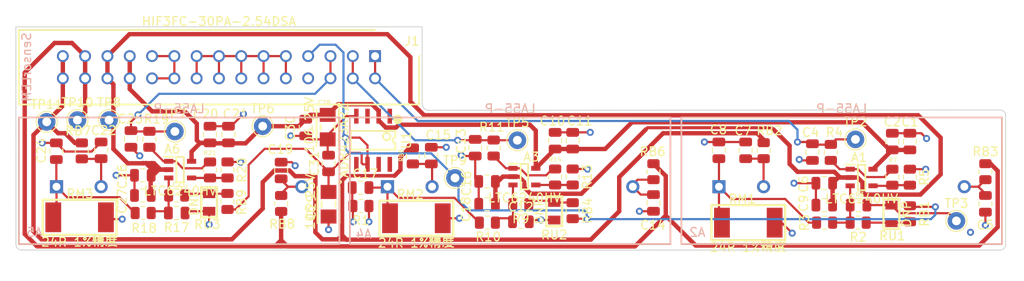
<source format=kicad_pcb>
(kicad_pcb (version 20221018) (generator pcbnew)
  (layers (0 "F.Cu" signal) (1 "In1.Cu" signal) (2 "In2.Cu" signal) (31 "B.Cu" signal) (34 "B.Paste" user) (35 "F.Paste" user) (36 "B.SilkS" user "B.Silkscreen") (37 "F.SilkS" user "F.Silkscreen") (38 "B.Mask" user) (39 "F.Mask" user) (44 "Edge.Cuts" user))
  (net 0 "")
  (net 1 "AGND")
  (net 2 "A+5V")
  (net 3 "Net-(A1-+IN)")
  (net 4 "/VSO1")
  (net 5 "12VGND")
  (net 6 "Net-(A2-POS)")
  (net 7 "A-5V")
  (net 8 "Net-(A2-NEG)")
  (net 9 "/CSO1")
  (net 10 "Net-(A3-+IN)")
  (net 11 "/VSO2")
  (net 12 "Net-(A4-POS)")
  (net 13 "Net-(A4-NEG)")
  (net 14 "/CSO2")
  (net 15 "Net-(A5-POS)")
  (net 16 "Net-(A5-NEG)")
  (net 17 "Net-(A6-+IN)")
  (net 18 "/CSO3")
  (net 19 "/VSO3")
  (net 20 "REF_3V")
  (net 21 "Net-(R2-Pad1)")
  (net 22 "Net-(A1-out)")
  (net 23 "Net-(A1--IN)")
  (net 24 "Net-(R9-Pad1)")
  (net 25 "Net-(A3-out)")
  (net 26 "Net-(A3--IN)")
  (net 27 "Net-(R17-Pad1)")
  (net 28 "Net-(A6-out)")
  (net 29 "Net-(A6--IN)")
  (net 30 "-12")
  (net 31 "+12")
  (footprint "Capacitor_SMD:C_0805_2012Metric" (layer "F.Cu") (at 173.3 118.85 -90)
    (fp_text reference "C1")
    (fp_text value "105")
  )
  (footprint "Resistor_SMD:R_0805_2012Metric" (layer "F.Cu") (at 128.9875 126 180)
    (fp_text reference "R9")
    (fp_text value "20k")
  )
  (footprint "Capacitor_SMD:C_0805_2012Metric" (layer "F.Cu") (at 154.6 119.85 90)
    (fp_text reference "C7")
    (fp_text value "47nf")
  )
  (footprint "Resistor_SMD:R_0805_2012Metric" (layer "F.Cu") (at 173.3 122.9125 -90)
    (fp_text reference "R5")
    (fp_text value "20k")
  )
  (footprint "Capacitor_SMD:C_0805_2012Metric" (layer "F.Cu") (at 89.81 127)
    (fp_text reference "C23")
    (fp_text value "101")
  )
  (footprint "Resistor_SMD:R_0805_2012Metric" (layer "F.Cu") (at 173.3 127.0875 -90)
    (fp_text reference "RB1")
    (fp_text value "0R")
  )
  (footprint "Capacitor_SMD:C_0805_2012Metric" (layer "F.Cu") (at 132.9 118.75 -90)
    (fp_text reference "C10")
    (fp_text value "105")
  )
  (footprint "Resistor_SMD:R_0805_2012Metric" (layer "F.Cu") (at 163.5875 128.1)
    (fp_text reference "R3")
    (fp_text value "10k")
  )
  (footprint "TestPoint:TestPoint_THTPad_D2.0mm_Drill1.0mm" (layer "F.Cu") (at 82.1 116.4)
    (fp_text reference "TP8")
    (fp_text value "TP-黄色测试点")
  )
  (footprint "Oshinoko:2512" (layer "F.Cu") (at 117.0034 127.2764)
    (fp_text reference "RM2")
    (fp_text value "24R 1%精度")
  )
  (footprint "Oshinoko:1206 (钽电容)" (layer "F.Cu") (at 107.1 124.6 -90)
    (fp_text reference "C29")
    (fp_text value "106 25V")
  )
  (footprint "Resistor_SMD:R_0805_2012Metric" (layer "F.Cu") (at 101.7 125.9125 90)
    (fp_text reference "RB8")
    (fp_text value "0R")
  )
  (footprint "TestPoint:TestPoint_THTPad_D2.0mm_Drill1.0mm" (layer "F.Cu") (at 75 116.6)
    (fp_text reference "TP11")
    (fp_text value "TP-黄色测试点")
  )
  (footprint "Resistor_SMD:R_0805_2012Metric" (layer "F.Cu") (at 116.7 120.4875 90)
    (fp_text reference "RB5")
    (fp_text value "0R")
  )
  (footprint "Capacitor_SMD:C_0805_2012Metric" (layer "F.Cu") (at 151.55 119.85 90)
    (fp_text reference "C8")
    (fp_text value "4.7uF")
  )
  (footprint "Resistor_SMD:R_0805_2012Metric" (layer "F.Cu") (at 125.9 119.5875 -90)
    (fp_text reference "R11")
    (fp_text value "470R")
  )
  (footprint "Capacitor_SMD:C_0805_2012Metric" (layer "F.Cu") (at 181.9 125.95 90)
    (fp_text reference "C5")
    (fp_text value "47nf")
  )
  (footprint "Resistor_SMD:R_0805_2012Metric" (layer "F.Cu") (at 93.6 122.0875 -90)
    (fp_text reference "R21")
    (fp_text value "10k")
  )
  (footprint "TestPoint:TestPoint_THTPad_D2.0mm_Drill1.0mm" (layer "F.Cu") (at 167.1 118.6)
    (fp_text reference "TP2")
    (fp_text value "TP-黄色测试点")
  )
  (footprint "Capacitor_SMD:C_0805_2012Metric" (layer "F.Cu") (at 167.45 126.1)
    (fp_text reference "C3")
    (fp_text value "101")
  )
  (footprint "Resistor_SMD:R_0805_2012Metric" (layer "F.Cu") (at 79 119.9125 90)
    (fp_text reference "RB7")
    (fp_text value "0R")
  )
  (footprint "Oshinoko:SOT95P280X100-5N" (layer "F.Cu") (at 90.2 122.05)
    (fp_text reference "A6")
    (fp_text value "LTC6240HV")
  )
  (footprint "Capacitor_SMD:C_0805_2012Metric" (layer "F.Cu") (at 101.7 122.15 -90)
    (fp_text reference "C19")
    (fp_text value "47nf")
  )
  (footprint "Resistor_SMD:R_0805_2012Metric" (layer "F.Cu") (at 125.1875 128.1)
    (fp_text reference "R10")
    (fp_text value "10k")
  )
  (footprint "Oshinoko:SOT95P280X100-5N" (layer "F.Cu") (at 167.8 122.95)
    (fp_text reference "A1")
    (fp_text value "LTC6240HV")
  )
  (footprint "TestPoint:TestPoint_THTPad_D2.0mm_Drill1.0mm" (layer "F.Cu") (at 128.6 118.7)
    (fp_text reference "TP5")
    (fp_text value "TP-黄色测试点")
  )
  (footprint "Resistor_SMD:R_0805_2012Metric" (layer "F.Cu") (at 164.3 120.0875 -90)
    (fp_text reference "R4")
    (fp_text value "470R")
  )
  (footprint "Resistor_SMD:R_0805_2012Metric" (layer "F.Cu") (at 85.9875 127)
    (fp_text reference "R18")
    (fp_text value "10k")
  )
  (footprint "Capacitor_SMD:C_0805_2012Metric" (layer "F.Cu") (at 104.5 117.25 90)
    (fp_text reference "C30")
    (fp_text value "104")
  )
  (footprint "Capacitor_SMD:C_0805_2012Metric" (layer "F.Cu") (at 93.6 118.05 -90)
    (fp_text reference "C20")
    (fp_text value "105")
  )
  (footprint "Resistor_SMD:R_0805_2012Metric" (layer "F.Cu") (at 144.1 122.2875 -90)
    (fp_text reference "RB6")
    (fp_text value "0R")
  )
  (footprint "Resistor_SMD:R_0805_2012Metric" (layer "F.Cu") (at 167.4125 128.1 180)
    (fp_text reference "R2")
    (fp_text value "20k")
  )
  (footprint "Oshinoko:SOIC-8" (layer "F.Cu") (at 114.074255 115.95 -90)
    (fp_text reference "U1")
    (fp_text value "ADR423ARZ")
  )
  (footprint "Capacitor_SMD:C_0805_2012Metric" (layer "F.Cu") (at 171.3 118.85 -90)
    (fp_text reference "C2")
    (fp_text value "103")
  )
  (footprint "Resistor_SMD:R_0805_2012Metric" (layer "F.Cu") (at 95.59 125.6825 90)
    (fp_text reference "RB9")
    (fp_text value "0R")
  )
  (footprint "Capacitor_SMD:C_0805_2012Metric" (layer "F.Cu") (at 76.1 119.95 90)
    (fp_text reference "C24")
    (fp_text value "4.7uF")
  )
  (footprint "Capacitor_SMD:C_0805_2012Metric" (layer "F.Cu") (at 118.8 120.45 90)
    (fp_text reference "C15")
    (fp_text value "47nf")
  )
  (footprint "Resistor_SMD:R_0805_2012Metric" (layer "F.Cu") (at 134.9 122.8875 -90)
    (fp_text reference "R13")
    (fp_text value "20k")
  )
  (footprint "Oshinoko:2512" (layer "F.Cu") (at 154.8034 127.7764)
    (fp_text reference "RM1")
    (fp_text value "24R 1%精度")
  )
  (footprint "Resistor_SMD:R_0805_2012Metric" (layer "F.Cu") (at 181.9 122.2875 -90)
    (fp_text reference "RB3")
    (fp_text value "0R")
  )
  (footprint "Oshinoko:SHDR30W50P254_2X15_4560X850X1200P" (layer "F.Cu") (at 112.4 109.1 180)
    (fp_text reference "J1")
    (fp_text value "HIF3FC-30PA-2.54DSA")
  )
  (footprint "Capacitor_SMD:C_0805_2012Metric" (layer "F.Cu") (at 85.95 125)
    (fp_text reference "C27")
    (fp_text value "105")
  )
  (footprint "Resistor_SMD:R_0805_2012Metric" (layer "F.Cu") (at 156.65 119.8875 90)
    (fp_text reference "RB2")
    (fp_text value "0R")
  )
  (footprint "Resistor_SMD:R_0805_2012Metric" (layer "F.Cu") (at 95.6 122.0875 -90)
    (fp_text reference "R20")
    (fp_text value "20k")
  )
  (footprint "Resistor_SMD:R_0805_2012Metric" (layer "F.Cu") (at 171.3 122.9125 -90)
    (fp_text reference "R7")
    (fp_text value "10k")
  )
  (footprint "Capacitor_SMD:C_0805_2012Metric" (layer "F.Cu") (at 144.1 125.85 90)
    (fp_text reference "C14")
    (fp_text value "47nf")
  )
  (footprint "Oshinoko:0805" (layer "F.Cu") (at 171.2 127.1 90)
    (fp_text reference "RU1")
    (fp_text value "DNP")
  )
  (footprint "Oshinoko:0805" (layer "F.Cu") (at 93.5 125.8 -90)
    (fp_text reference "RU3")
    (fp_text value "DNP")
  )
  (footprint "Capacitor_SMD:C_0805_2012Metric" (layer "F.Cu") (at 123.8 119.55 90)
    (fp_text reference "C13")
    (fp_text value "103")
  )
  (footprint "Capacitor_SMD:C_0805_2012Metric" (layer "F.Cu") (at 110.75 124.1 180)
    (fp_text reference "C17")
    (fp_text value "4.7uF")
  )
  (footprint "TestPoint:TestPoint_THTPad_D2.0mm_Drill1.0mm" (layer "F.Cu") (at 78.5 116.4)
    (fp_text reference "TP10")
    (fp_text value "TP-黄色测试点")
  )
  (footprint "Oshinoko:2512" (layer "F.Cu") (at 78.6534 127.1664)
    (fp_text reference "RM3")
    (fp_text value "24R 1%精度")
  )
  (footprint "Capacitor_SMD:C_0805_2012Metric" (layer "F.Cu") (at 81.2 119.85 90)
    (fp_text reference "C22")
    (fp_text value "47nf")
  )
  (footprint "Oshinoko:SOT95P280X100-5N" (layer "F.Cu") (at 129.4 122.85)
    (fp_text reference "A3")
    (fp_text value "LTC6240HV")
  )
  (footprint "TestPoint:TestPoint_THTPad_D2.0mm_Drill1.0mm" (layer "F.Cu") (at 178.6 127.9)
    (fp_text reference "TP3")
    (fp_text value "TP-黄色测试点")
  )
  (footprint "TestPoint:TestPoint_THTPad_D2.0mm_Drill1.0mm" (layer "F.Cu") (at 89.6 117.7)
    (fp_text reference "TP7")
    (fp_text value "TP-黄色测试点")
  )
  (footprint "Capacitor_SMD:C_0805_2012Metric" (layer "F.Cu") (at 95.7 118.05 -90)
    (fp_text reference "C21")
    (fp_text value "103")
  )
  (footprint "Capacitor_SMD:C_0805_2012Metric" (layer "F.Cu") (at 134.9 118.75 -90)
    (fp_text reference "C11")
    (fp_text value "103")
  )
  (footprint "Capacitor_SMD:C_0805_2012Metric" (layer "F.Cu") (at 84.6 118.55 90)
    (fp_text reference "C25")
    (fp_text value "103")
  )
  (footprint "Resistor_SMD:R_0805_2012Metric" (layer "F.Cu") (at 86.7 118.5875 -90)
    (fp_text reference "R19")
    (fp_text value "470R")
  )
  (footprint "Oshinoko:1206 (钽电容)" (layer "F.Cu") (at 107 115.8 -90)
    (fp_text reference "C28")
    (fp_text value "106 25V")
  )
  (footprint "TestPoint:TestPoint_THTPad_D2.0mm_Drill1.0mm" (layer "F.Cu") (at 99.6 117.1)
    (fp_text reference "TP6")
    (fp_text value "TP-黄色测试点")
  )
  (footprint "Capacitor_SMD:C_0805_2012Metric" (layer "F.Cu") (at 85.95 122.7)
    (fp_text reference "C26")
    (fp_text value "103")
  )
  (footprint "Capacitor_SMD:C_0805_2012Metric" (layer "F.Cu") (at 125.15 123.4)
    (fp_text reference "C16")
    (fp_text value "103")
  )
  (footprint "Resistor_SMD:R_0805_2012Metric" (layer "F.Cu") (at 134.9 126.7375 90)
    (fp_text reference "RB4")
    (fp_text value "0R")
  )
  (footprint "Oshinoko:0805" (layer "F.Cu") (at 132.8 126.8 -90)
    (fp_text reference "RU2")
    (fp_text value "DNP")
  )
  (footprint "Capacitor_SMD:C_0805_2012Metric" (layer "F.Cu") (at 163.55 123.6)
    (fp_text reference "C6")
    (fp_text value "103")
  )
  (footprint "Resistor_SMD:R_0805_2012Metric" (layer "F.Cu") (at 89.8 125 180)
    (fp_text reference "R17")
    (fp_text value "20k")
  )
  (footprint "Capacitor_SMD:C_0805_2012Metric" (layer "F.Cu") (at 162.2 120.05 90)
    (fp_text reference "C4")
    (fp_text value "103")
  )
  (footprint "Resistor_SMD:R_0805_2012Metric" (layer "F.Cu") (at 132.9 122.8875 -90)
    (fp_text reference "R14")
    (fp_text value "10k")
  )
  (footprint "TestPoint:TestPoint_THTPad_D2.0mm_Drill1.0mm" (layer "F.Cu") (at 121.5 123)
    (fp_text reference "TP9")
    (fp_text value "TP-黄色测试点")
  )
  (footprint "Resistor_SMD:R_0805_2012Metric" (layer "F.Cu") (at 110.7875 126.2 180)
    (fp_text reference "R1")
    (fp_text value "DNP")
  )
  (footprint "Capacitor_SMD:C_0805_2012Metric" (layer "F.Cu") (at 163.55 126.1)
    (fp_text reference "C9")
    (fp_text value "105")
  )
  (footprint "Capacitor_SMD:C_0805_2012Metric" (layer "F.Cu") (at 107.1 121.35 -90)
    (fp_text reference "C31")
    (fp_text value "104")
  )
  (footprint "Capacitor_SMD:C_0805_2012Metric" (layer "F.Cu") (at 129 128)
    (fp_text reference "C12")
    (fp_text value "101")
  )
  (footprint "Capacitor_SMD:C_0805_2012Metric" (layer "F.Cu") (at 125.15 126)
    (fp_text reference "C18")
    (fp_text value "105")
  )
  (footprint "Oshinoko:XDCR_LA55-P" (layer "B.Cu") (at 165.53 123.325)
    (fp_text reference "A2")
    (fp_text value "LA55-P")
  )
  (footprint "Oshinoko:XDCR_LA55-P" (layer "B.Cu") (at 127.78 123.325)
    (fp_text reference "A4")
    (fp_text value "LA55-P")
  )
  (footprint "Oshinoko:XDCR_LA55-P" (layer "B.Cu") (at 90.09 123.325)
    (fp_text reference "A5")
    (fp_text value "LA55-P")
  )
  (gr_arc (start 118.51 115.28) (mid 117.97967 115.06033) (end 117.76 114.53) (stroke (width 0.1)) (layer "Edge.Cuts"))
  (gr_line (start 184.202945 115.867955) (end 184.201918 130.569246) (stroke (width 0.1)) (layer "Edge.Cuts"))
  (gr_arc (start 72.160754 131.221918) (mid 71.7 131.05) (end 71.497055 130.602045) (stroke (width 0.1)) (layer "Edge.Cuts"))
  (gr_line (start 71.497055 130.602045) (end 71.49 105.76) (stroke (width 0.1)) (layer "Edge.Cuts"))
  (gr_line (start 117.76 105.76) (end 117.76 114.53) (stroke (width 0.1)) (layer "Edge.Cuts"))
  (gr_line (start 118.51 115.28) (end 183.539246 115.248082) (stroke (width 0.1)) (layer "Edge.Cuts"))
  (gr_line (start 71.49 105.76) (end 117.76 105.76) (stroke (width 0.1)) (layer "Edge.Cuts"))
  (gr_arc (start 184.201918 130.569246) (mid 184.03 131.03) (end 183.582045 131.232945) (stroke (width 0.1)) (layer "Edge.Cuts"))
  (gr_arc (start 183.539246 115.248082) (mid 184 115.42) (end 184.202945 115.867955) (stroke (width 0.1)) (layer "Edge.Cuts"))
  (gr_line (start 183.582045 131.232945) (end 72.160754 131.221918) (stroke (width 0.1)) (layer "Edge.Cuts"))
  (gr_text "SensorLEM" (at 73.3 106.3 90) (layer "B.SilkS") (effects (font (size 1 1)) (justify left bottom mirror)))
  (segment (start 177.725 127.025) (end 178.6 127.9) (width 0.25) (layer "F.Cu") (net 1))
  (segment (start 173.3 117.9) (end 174.6 117.9) (width 0.25) (layer "F.Cu") (net 1))
  (segment (start 85 122.7) (end 82.9 122.7) (width 0.25) (layer "F.Cu") (net 1))
  (segment (start 110.264255 115.95) (end 109.15 115.95) (width 0.25) (layer "F.Cu") (net 1))
  (segment (start 162.6 123.6) (end 160.1 123.6) (width 0.25) (layer "F.Cu") (net 1))
  (segment (start 97.16 109.1) (end 97.16 111.64) (width 0.25) (layer "F.Cu") (net 1))
  (segment (start 85 125) (end 84.9 124.9) (width 0.25) (layer "F.Cu") (net 1))
  (segment (start 85 122.7) (end 85 125) (width 0.25) (layer "F.Cu") (net 1))
  (segment (start 107.1 127.4) (end 107.1 128.9) (width 0.25) (layer "F.Cu") (net 1))
  (segment (start 172.125 127.025) (end 177.725 127.025) (width 0.25) (layer "F.Cu") (net 1))
  (segment (start 93.5 126.8) (end 93.5 128.3) (width 0.25) (layer "F.Cu") (net 1))
  (segment (start 104.5 118.2) (end 104.9 118.6) (width 0.25) (layer "F.Cu") (net 1))
  (segment (start 104.5 118.2) (end 102.8 118.2) (width 0.25) (layer "F.Cu") (net 1))
  (segment (start 130.15 127.8) (end 131.3 127.8) (width 0.25) (layer "F.Cu") (net 1))
  (segment (start 168.4 126.1) (end 171.2 126.1) (width 0.25) (layer "F.Cu") (net 1))
  (segment (start 92.08 109.1) (end 92.08 111.64) (width 0.25) (layer "F.Cu") (net 1))
  (segment (start 162.6 123.6) (end 162.6 126.1) (width 0.25) (layer "F.Cu") (net 1))
  (segment (start 171.2 126.1) (end 172.125 127.025) (width 0.25) (layer "F.Cu") (net 1))
  (segment (start 85.5755 120.4755) (end 84.6 119.5) (width 0.25) (layer "F.Cu") (net 1))
  (segment (start 129.95 128) (end 130.15 127.8) (width 0.25) (layer "F.Cu") (net 1))
  (segment (start 99.7 109.1) (end 99.7 111.64) (width 0.25) (layer "F.Cu") (net 1))
  (segment (start 85.6 120.4755) (end 85.5755 120.4755) (width 0.25) (layer "F.Cu") (net 1))
  (segment (start 132.9 117.8) (end 134.9 117.8) (width 0.25) (layer "F.Cu") (net 1))
  (segment (start 134.9 117.8) (end 136.9 117.8) (width 0.25) (layer "F.Cu") (net 1))
  (segment (start 123.8 120.5) (end 122.3 120.5) (width 0.25) (layer "F.Cu") (net 1))
  (segment (start 109.15 115.95) (end 107 118.1) (width 0.25) (layer "F.Cu") (net 1))
  (segment (start 162.2 121) (end 160.8 121) (width 0.25) (layer "F.Cu") (net 1))
  (segment (start 132.8 127.8) (end 131.3 127.8) (width 0.25) (layer "F.Cu") (net 1))
  (segment (start 104.9 118.6) (end 107 118.6) (width 0.25) (layer "F.Cu") (net 1))
  (segment (start 92.08 109.1) (end 94.62 109.1) (width 0.25) (layer "F.Cu") (net 1))
  (segment (start 124.2 123.4) (end 124.2 126) (width 0.25) (layer "F.Cu") (net 1))
  (segment (start 111.7 126.2) (end 111.7 128) (width 0.25) (layer "F.Cu") (net 1))
  (segment (start 93.6 117.1) (end 95.7 117.1) (width 0.25) (layer "F.Cu") (net 1))
  (segment (start 174.6 117.9) (end 175.2 118.5) (width 0.25) (layer "F.Cu") (net 1))
  (segment (start 160.8 121) (end 160.7 120.9) (width 0.25) (layer "F.Cu") (net 1))
  (segment (start 94.62 109.1) (end 94.62 111.64) (width 0.25) (layer "F.Cu") (net 1))
  (segment (start 123.8 123) (end 124.2 123.4) (width 0.25) (layer "F.Cu") (net 1))
  (segment (start 99.7 109.1) (end 97.16 109.1) (width 0.25) (layer "F.Cu") (net 1))
  (segment (start 107 118.1) (end 107 118.6) (width 0.25) (layer "F.Cu") (net 1))
  (segment (start 122.3 120.5) (end 122.2 120.4) (width 0.25) (layer "F.Cu") (net 1))
  (segment (start 95.7 117.1) (end 96 117.1) (width 0.25) (layer "F.Cu") (net 1))
  (segment (start 107 118.6) (end 107 120.3) (width 0.25) (layer "F.Cu") (net 1))
  (segment (start 123.8 120.5) (end 123.8 123) (width 0.25) (layer "F.Cu") (net 1))
  (segment (start 107 120.3) (end 107.1 120.4) (width 0.25) (layer "F.Cu") (net 1))
  (segment (start 162.2 123.2) (end 162.6 123.6) (width 0.25) (layer "F.Cu") (net 1))
  (segment (start 96 117.1) (end 97.4 115.7) (width 0.25) (layer "F.Cu") (net 1))
  (segment (start 124.1 123) (end 124.5 123.4) (width 0.25) (layer "F.Cu") (net 1))
  (segment (start 90.96 126.8) (end 93.5 126.8) (width 0.25) (layer "F.Cu") (net 1))
  (segment (start 90.76 127) (end 90.96 126.8) (width 0.25) (layer "F.Cu") (net 1))
  (segment (start 102.24 109.1) (end 102.24 111.64) (width 0.25) (layer "F.Cu") (net 1))
  (segment (start 171.3 117.9) (end 173.3 117.9) (width 0.25) (layer "F.Cu") (net 1))
  (segment (start 102.24 109.1) (end 99.7 109.1) (width 0.25) (layer "F.Cu") (net 1))
  (segment (start 94.62 109.1) (end 97.16 109.1) (width 0.25) (layer "F.Cu") (net 1))
  (via (at 180.2 129.2) (size 0.8) (drill 0.4) (layers "F.Cu" "B.Cu") (net 1))
  (via (at 122.2 120.4) (size 0.8) (drill 0.4) (layers "F.Cu" "B.Cu") (net 1))
  (via (at 136.9 117.8) (size 0.8) (drill 0.4) (layers "F.Cu" "B.Cu") (net 1))
  (via (at 131.3 127.8) (size 0.8) (drill 0.4) (layers "F.Cu" "B.Cu") (net 1))
  (via (at 111.7 128) (size 0.8) (drill 0.4) (layers "F.Cu" "B.Cu") (net 1))
  (via (at 160.1 123.6) (size 0.8) (drill 0.4) (layers "F.Cu" "B.Cu") (net 1))
  (via (at 102.8 118.2) (size 0.8) (drill 0.4) (layers "F.Cu" "B.Cu") (net 1))
  (via (at 82.9 122.7) (size 0.8) (drill 0.4) (layers "F.Cu" "B.Cu") (net 1))
  (via (at 160.7 120.9) (size 0.8) (drill 0.4) (layers "F.Cu" "B.Cu") (net 1))
  (via (at 175.2 118.5) (size 0.8) (drill 0.4) (layers "F.Cu" "B.Cu") (net 1))
  (via (at 85.6 120.4755) (size 0.8) (drill 0.4) (layers "F.Cu" "B.Cu") (net 1))
  (via (at 107.1 128.9) (size 0.8) (drill 0.4) (layers "F.Cu" "B.Cu") (net 1))
  (via (at 93.5 128.3) (size 0.8) (drill 0.4) (layers "F.Cu" "B.Cu") (net 1))
  (via (at 97.4 115.7) (size 0.8) (drill 0.4) (layers "F.Cu" "B.Cu") (net 1))
  (segment (start 97.65 119.05) (end 99.6 117.1) (width 0.5) (layer "F.Cu") (net 2))
  (segment (start 167.85 116.65) (end 171.15 119.95) (width 0.5) (layer "F.Cu") (net 2))
  (segment (start 84.46 112.86) (end 87 115.4) (width 0.5) (layer "F.Cu") (net 2))
  (segment (start 90.7 115.4) (end 92.1 116.8) (width 0.5) (layer "F.Cu") (net 2))
  (segment (start 113.619255 117.25) (end 114.779255 117.25) (width 0.5) (layer "F.Cu") (net 2))
  (segment (start 132.9 119.7) (end 134.9 119.7) (width 0.5) (layer "F.Cu") (net 2))
  (segment (start 112.039255 114.59) (end 108.21 114.59) (width 0.5) (layer "F.Cu") (net 2))
  (segment (start 93.61 119.05) (end 97.65 119.05) (width 0.5) (layer "F.Cu") (net 2))
  (segment (start 92.1 118.7) (end 92.4 119) (width 0.5) (layer "F.Cu") (net 2))
  (segment (start 91.5 120) (end 92.5 119) (width 0.5) (layer "F.Cu") (net 2))
  (segment (start 138.6 119.7) (end 141.65 116.65) (width 0.5) (layer "F.Cu") (net 2))
  (segment (start 141.65 116.65) (end 167.85 116.65) (width 0.5) (layer "F.Cu") (net 2))
  (segment (start 105 115.8) (end 107 115.8) (width 0.5) (layer "F.Cu") (net 2))
  (segment (start 92.1 116.8) (end 92.1 118.7) (width 0.5) (layer "F.Cu") (net 2))
  (segment (start 112.804255 115.95) (end 112.804255 115.355) (width 0.5) (layer "F.Cu") (net 2))
  (segment (start 104.5 116.3) (end 105 115.8) (width 0.5) (layer "F.Cu") (net 2))
  (segment (start 84.46 111.64) (end 84.46 112.86) (width 0.5) (layer "F.Cu") (net 2))
  (segment (start 114.779255 117.25) (end 115.099255 116.93) (width 0.5) (layer "F.Cu") (net 2))
  (segment (start 84.46 109.1) (end 84.46 111.64) (width 0.5) (layer "F.Cu") (net 2))
  (segment (start 103.7 117.1) (end 104.5 116.3) (width 0.5) (layer "F.Cu") (net 2))
  (segment (start 92.4 119) (end 93.6 119) (width 0.5) (layer "F.Cu") (net 2))
  (segment (start 171.3 119.8) (end 173.3 119.8) (width 0.5) (layer "F.Cu") (net 2))
  (segment (start 130.03 116.93) (end 130.7 117.6) (width 0.5) (layer "F.Cu") (net 2))
  (segment (start 112.804255 115.355) (end 112.039255 114.59) (width 0.5) (layer "F.Cu") (net 2))
  (segment (start 92.5 119) (end 93.6 119) (width 0.5) (layer "F.Cu") (net 2))
  (segment (start 132.9 119.7) (end 130.7 121.9) (width 0.5) (layer "F.Cu") (net 2))
  (segment (start 112.804255 116.435) (end 113.619255 117.25) (width 0.5) (layer "F.Cu") (net 2))
  (segment (start 115.099255 116.93) (end 130.03 116.93) (width 0.5) (layer "F.Cu") (net 2))
  (segment (start 87 115.4) (end 90.7 115.4) (width 0.5) (layer "F.Cu") (net 2))
  (segment (start 171.15 119.95) (end 169.1 122) (width 0.5) (layer "F.Cu") (net 2))
  (segment (start 130.7 117.6) (end 130.7 121.9) (width 0.5) (layer "F.Cu") (net 2))
  (segment (start 134.9 119.7) (end 138.6 119.7) (width 0.5) (layer "F.Cu") (net 2))
  (segment (start 91.5 121.1) (end 91.5 120) (width 0.5) (layer "F.Cu") (net 2))
  (segment (start 108.21 114.59) (end 107 115.8) (width 0.5) (layer "F.Cu") (net 2))
  (segment (start 112.804255 115.95) (end 112.804255 116.435) (width 0.5) (layer "F.Cu") (net 2))
  (segment (start 99.6 117.1) (end 103.7 117.1) (width 0.5) (layer "F.Cu") (net 2))
  (segment (start 164.5 128.1) (end 166.5 128.1) (width 0.25) (layer "F.Cu") (net 3))
  (segment (start 166.5 123.9) (end 166.5 126.1) (width 0.25) (layer "F.Cu") (net 3))
  (segment (start 166.5 126.1) (end 166.5 128.1) (width 0.25) (layer "F.Cu") (net 3))
  (segment (start 164.3 119.175) (end 164.875 118.6) (width 0.25) (layer "F.Cu") (net 4))
  (segment (start 162 118.9) (end 162.2 119.1) (width 0.25) (layer "F.Cu") (net 4))
  (segment (start 160.5 118.9) (end 162 118.9) (width 0.25) (layer "F.Cu") (net 4))
  (segment (start 164.875 118.6) (end 167.1 118.6) (width 0.25) (layer "F.Cu") (net 4))
  (segment (start 162.1875 119.2) (end 164.2125 119.2) (width 0.25) (layer "F.Cu") (net 4))
  (segment (start 112.4 109.1) (end 112.4 111.64) (width 0.25) (layer "F.Cu") (net 4))
  (via (at 160.5 118.9) (size 0.8) (drill 0.4) (layers "F.Cu" "B.Cu") (net 4))
  (segment (start 117.26 116.5) (end 159.5 116.5) (width 0.25) (layer "B.Cu") (net 4))
  (segment (start 112.4 111.64) (end 117.26 116.5) (width 0.25) (layer "B.Cu") (net 4))
  (segment (start 160.5 117.5) (end 160.5 118.9) (width 0.25) (layer "B.Cu") (net 4))
  (segment (start 159.5 116.5) (end 160.5 117.5) (width 0.25) (layer "B.Cu") (net 4))
  (segment (start 87 111.64) (end 89.54 111.64) (width 0.25) (layer "F.Cu") (net 5))
  (segment (start 109.875 126.2) (end 109.875 127.975) (width 0.25) (layer "F.Cu") (net 5))
  (segment (start 87 109.1) (end 89.54 109.1) (width 0.25) (layer "F.Cu") (net 5))
  (segment (start 118.8 119.5) (end 120.5 119.5) (width 0.25) (layer "F.Cu") (net 5))
  (segment (start 101.7 121.2) (end 102.9 121.2) (width 0.25) (layer "F.Cu") (net 5))
  (segment (start 109.6 126.125) (end 109.675 126.2) (width 0.25) (layer "F.Cu") (net 5))
  (segment (start 95.6 121.175) (end 97.075 121.175) (width 0.25) (layer "F.Cu") (net 5))
  (segment (start 157.9 128.1) (end 158.7 128.1) (width 0.25) (layer "F.Cu") (net 5))
  (segment (start 134.9 121.975) (end 136.575 121.975) (width 0.25) (layer "F.Cu") (net 5))
  (segment (start 136.575 121.975) (end 136.6 122) (width 0.25) (layer "F.Cu") (net 5))
  (segment (start 158.7 128.1) (end 159.9 129.3) (width 0.25) (layer "F.Cu") (net 5))
  (segment (start 89.54 109.1) (end 89.54 111.64) (width 0.25) (layer "F.Cu") (net 5))
  (segment (start 120.1 127.6) (end 122 127.6) (width 0.25) (layer "F.Cu") (net 5))
  (segment (start 80.1125 119.9875) (end 81.2 118.9) (width 0.25) (layer "F.Cu") (net 5))
  (segment (start 151.55 118.9) (end 149.9 118.9) (width 0.25) (layer "F.Cu") (net 5))
  (segment (start 181.9 126.9) (end 181.9 128.4) (width 0.25) (layer "F.Cu") (net 5))
  (segment (start 77.0875 119.9875) (end 80.1125 119.9875) (width 0.25) (layer "F.Cu") (net 5))
  (segment (start 151.55 118.9) (end 154.6 118.9) (width 0.25) (layer "F.Cu") (net 5))
  (segment (start 109.875 127.975) (end 109.9 128) (width 0.25) (layer "F.Cu") (net 5))
  (segment (start 144.1 126.8) (end 142.5 126.8) (width 0.25) (layer "F.Cu") (net 5))
  (segment (start 102.9 121.2) (end 103.3 121.6) (width 0.25) (layer "F.Cu") (net 5))
  (segment (start 81.7 127.7) (end 83.6 127.7) (width 0.25) (layer "F.Cu") (net 5))
  (segment (start 76.1 119) (end 74.5 119) (width 0.25) (layer "F.Cu") (net 5))
  (segment (start 109.8 124.1) (end 109.8 126.125) (width 0.25) (layer "F.Cu") (net 5))
  (segment (start 109.8 126.125) (end 109.875 126.2) (width 0.25) (layer "F.Cu") (net 5))
  (segment (start 173.3 122) (end 175.1 122) (width 0.25) (layer "F.Cu") (net 5))
  (segment (start 97.075 121.175) (end 97.1 121.2) (width 0.25) (layer "F.Cu") (net 5))
  (segment (start 76.1 119) (end 77.0875 119.9875) (width 0.25) (layer "F.Cu") (net 5))
  (via (at 175.1 122) (size 0.8) (drill 0.4) (layers "F.Cu" "B.Cu") (net 5))
  (via (at 97.1 121.2) (size 0.8) (drill 0.4) (layers "F.Cu" "B.Cu") (net 5))
  (via (at 103.3 121.6) (size 0.8) (drill 0.4) (layers "F.Cu" "B.Cu") (net 5))
  (via (at 109.9 128) (size 0.8) (drill 0.4) (layers "F.Cu" "B.Cu") (net 5))
  (via (at 159.9 129.3) (size 0.8) (drill 0.4) (layers "F.Cu" "B.Cu") (net 5))
  (via (at 136.6 122) (size 0.8) (drill 0.4) (layers "F.Cu" "B.Cu") (net 5))
  (via (at 83.6 127.7) (size 0.8) (drill 0.4) (layers "F.Cu" "B.Cu") (net 5))
  (via (at 74.5 119) (size 0.8) (drill 0.4) (layers "F.Cu" "B.Cu") (net 5))
  (via (at 149.9 118.9) (size 0.8) (drill 0.4) (layers "F.Cu" "B.Cu") (net 5))
  (via (at 120.5 119.5) (size 0.8) (drill 0.4) (layers "F.Cu" "B.Cu") (net 5))
  (via (at 142.5 126.8) (size 0.8) (drill 0.4) (layers "F.Cu" "B.Cu") (net 5))
  (via (at 181.9 128.4) (size 0.8) (drill 0.4) (layers "F.Cu" "B.Cu") (net 5))
  (via (at 122 127.6) (size 0.8) (drill 0.4) (layers "F.Cu" "B.Cu") (net 5))
  (segment (start 181.9 124.8) (end 181.1 124) (width 0.25) (layer "F.Cu") (net 6))
  (segment (start 181.1 124) (end 179.5 124) (width 0.25) (layer "F.Cu") (net 6))
  (segment (start 181.9 123.2) (end 181.1 124) (width 0.25) (layer "F.Cu") (net 6))
  (segment (start 181.9 125) (end 181.9 124.8) (width 0.25) (layer "F.Cu") (net 6))
  (segment (start 113.8 106.6) (end 116.42 109.22) (width 0.5) (layer "F.Cu") (net 7))
  (segment (start 87.95 122.05) (end 88.9 122.05) (width 0.5) (layer "F.Cu") (net 7))
  (segment (start 88.9 122.05) (end 87.75 122.05) (width 0.5) (layer "F.Cu") (net 7))
  (segment (start 117.983466 115.85) (end 174.25 115.85) (width 0.5) (layer "F.Cu") (net 7))
  (segment (start 86.84 124.94) (end 86.9 125) (width 0.5) (layer "F.Cu") (net 7))
  (segment (start 159.6 121.4) (end 159.6 119.3) (width 0.5) (layer "F.Cu") (net 7))
  (segment (start 84.42 106.6) (end 113.8 106.6) (width 0.5) (layer "F.Cu") (net 7))
  (segment (start 168.2 124.9) (end 167.9 124.6) (width 0.5) (layer "F.Cu") (net 7))
  (segment (start 130.1 124.8) (end 129.4 124.1) (width 0.5) (layer "F.Cu") (net 7))
  (segment (start 129.4 123.65) (end 129.4 123.42) (width 0.4) (layer "F.Cu") (net 7))
  (segment (start 135.9 124.8) (end 130.1 124.8) (width 0.5) (layer "F.Cu") (net 7))
  (segment (start 174.5 124.9) (end 168.2 124.9) (width 0.5) (layer "F.Cu") (net 7))
  (segment (start 164.5 123.6) (end 164.5 126.1) (width 0.5) (layer "F.Cu") (net 7))
  (segment (start 86.84 122.96) (end 86.84 124.94) (width 0.5) (layer "F.Cu") (net 7))
  (segment (start 86.96 121.82) (end 87.39 121.82) (width 0.5) (layer "F.Cu") (net 7))
  (segment (start 128.1 122.85) (end 126.95 122.85) (width 0.5) (layer "F.Cu") (net 7))
  (segment (start 86.9 121.91) (end 86.31 121.32) (width 0.5) (layer "F.Cu") (net 7))
  (segment (start 86.96 121.32) (end 86.96 121.82) (width 0.5) (layer "F.Cu") (net 7))
  (segment (start 126.95 122.85) (end 126.4 123.4) (width 0.5) (layer "F.Cu") (net 7))
  (segment (start 165.15 122.95) (end 164.5 123.6) (width 0.5) (layer "F.Cu") (net 7))
  (segment (start 165.35 122.95) (end 164.7 122.3) (width 0.5) (layer "F.Cu") (net 7))
  (segment (start 86.9 122.7) (end 86.9 121.91) (width 0.5) (layer "F.Cu") (net 7))
  (segment (start 87.39 121.82) (end 87.685 122.115) (width 0.5) (layer "F.Cu") (net 7))
  (segment (start 86.96 121.82) (end 86.96 122.64) (width 0.5) (layer "F.Cu") (net 7))
  (segment (start 166.5 122.95) (end 165.15 122.95) (width 0.5) (layer "F.Cu") (net 7))
  (segment (start 129.4 123.42) (end 128.83 122.85) (width 0.4) (layer "F.Cu") (net 7))
  (segment (start 86.31 121.32) (end 86.96 121.32) (width 0.5) (layer "F.Cu") (net 7))
  (segment (start 85.957582 121.32) (end 86.31 121.32) (width 0.5) (layer "F.Cu") (net 7))
  (segment (start 128.83 122.85) (end 128.6 122.85) (width 0.4) (layer "F.Cu") (net 7))
  (segment (start 166.5 122.95) (end 165.35 122.95) (width 0.5) (layer "F.Cu") (net 7))
  (segment (start 87.75 122.05) (end 87.685 122.115) (width 0.5) (layer "F.Cu") (net 7))
  (segment (start 174.25 115.85) (end 176.8 118.4) (width 0.5) (layer "F.Cu") (net 7))
  (segment (start 159.6 119.3) (end 157.775 117.475) (width 0.5) (layer "F.Cu") (net 7))
  (segment (start 157.775 117.475) (end 157.615 117.315) (width 0.25) (layer "F.Cu") (net 7))
  (segment (start 81.92 111.64) (end 82.6 112.32) (width 0.5) (layer "F.Cu") (net 7))
  (segment (start 167.9 124.6) (end 167.9 123.5) (width 0.5) (layer "F.Cu") (net 7))
  (segment (start 176.8 122.6) (end 174.5 124.9) (width 0.5) (layer "F.Cu") (net 7))
  (segment (start 87.685 122.115) (end 86.84 122.96) (width 0.5) (layer "F.Cu") (net 7))
  (segment (start 86.96 121.32) (end 87.22 121.32) (width 0.5) (layer "F.Cu") (net 7))
  (segment (start 157.575 117.275) (end 143.425 117.275) (width 0.35) (layer "F.Cu") (net 7))
  (segment (start 157.615 117.315) (end 157.575 117.275) (width 0.35) (layer "F.Cu") (net 7))
  (segment (start 81.92 109.1) (end 84.42 106.6) (width 0.5) (layer "F.Cu") (net 7))
  (segment (start 143.225 117.475) (end 135.9 124.8) (width 0.5) (layer "F.Cu") (net 7))
  (segment (start 167.9 123.5) (end 167.35 122.95) (width 0.5) (layer "F.Cu") (net 7))
  (segment (start 176.8 118.4) (end 176.8 122.6) (width 0.5) (layer "F.Cu") (net 7))
  (segment (start 84.2255 121.3255) (end 85.952082 121.3255) (width 0.5) (layer "F.Cu") (net 7))
  (segment (start 128.6 122.85) (end 128.1 122.85) (width 0.5) (layer "F.Cu") (net 7))
  (segment (start 160.5 122.3) (end 159.6 121.4) (width 0.5) (layer "F.Cu") (net 7))
  (segment (start 82.6 112.32) (end 82.6 119.7) (width 0.5) (layer "F.Cu") (net 7))
  (segment (start 126.1 123.4) (end 126.1 126) (width 0.5) (layer "F.Cu") (net 7))
  (segment (start 87.22 121.32) (end 87.95 122.05) (width 0.5) (layer "F.Cu") (net 7))
  (segment (start 143.425 117.275) (end 143.385 117.315) (width 0.35) (layer "F.Cu") (net 7))
  (segment (start 164.7 122.3) (end 160.5 122.3) (width 0.5) (layer "F.Cu") (net 7))
  (segment (start 86.96 122.64) (end 86.9 122.7) (width 0.5) (layer "F.Cu") (net 7))
  (segment (start 85.952082 121.3255) (end 85.957582 121.32) (width 0.5) (layer "F.Cu") (net 7))
  (segment (start 129.4 124.1) (end 129.4 123.65) (width 0.5) (layer "F.Cu") (net 7))
  (segment (start 116.42 114.286534) (end 117.983466 115.85) (width 0.5) (layer "F.Cu") (net 7))
  (segment (start 167.35 122.95) (end 166.5 122.95) (width 0.5) (layer "F.Cu") (net 7))
  (segment (start 116.42 109.22) (end 116.42 114.286534) (width 0.5) (layer "F.Cu") (net 7))
  (segment (start 81.92 109.1) (end 81.92 111.64) (width 0.5) (layer "F.Cu") (net 7))
  (segment (start 82.6 119.7) (end 84.2255 121.3255) (width 0.5) (layer "F.Cu") (net 7))
  (segment (start 143.385 117.315) (end 143.225 117.475) (width 0.25) (layer "F.Cu") (net 7))
  (segment (start 156.64 120.81) (end 156.64 124) (width 0.25) (layer "F.Cu") (net 8))
  (segment (start 154.6 120.8) (end 156.65 120.8) (width 0.25) (layer "F.Cu") (net 8))
  (segment (start 156.65 120.8) (end 156.64 120.81) (width 0.25) (layer "F.Cu") (net 8))
  (segment (start 151.56 124) (end 152.96 125.4) (width 0.25) (layer "F.Cu") (net 9))
  (segment (start 161.8 128.1) (end 162.675 128.1) (width 0.25) (layer "F.Cu") (net 9))
  (segment (start 151.56 127.76) (end 151.9 128.1) (width 0.25) (layer "F.Cu") (net 9))
  (segment (start 159.1 125.4) (end 161.8 128.1) (width 0.25) (layer "F.Cu") (net 9))
  (segment (start 152.96 125.4) (end 159.1 125.4) (width 0.25) (layer "F.Cu") (net 9))
  (segment (start 151.56 120.81) (end 151.56 124) (width 0.25) (layer "F.Cu") (net 9))
  (segment (start 151.55 120.8) (end 151.56 120.81) (width 0.25) (layer "F.Cu") (net 9))
  (segment (start 151.56 124) (end 151.56 127.76) (width 0.25) (layer "F.Cu") (net 9))
  (segment (start 126.4 127.6) (end 128.075 127.6) (width 0.25) (layer "F.Cu") (net 10))
  (segment (start 128.1 123.8) (end 128.1 127.575) (width 0.25) (layer "F.Cu") (net 10))
  (segment (start 128.1 127.575) (end 128.075 127.6) (width 0.25) (layer "F.Cu") (net 10))
  (segment (start 125.9 118.675) (end 125.925 118.7) (width 0.25) (layer "F.Cu") (net 11))
  (segment (start 109.86 109.1) (end 109.86 111.64) (width 0.25) (layer "F.Cu") (net 11))
  (segment (start 125.9125 118.7) (end 123.8875 118.7) (width 0.25) (layer "F.Cu") (net 11))
  (segment (start 123.7 118.7) (end 123.8 118.6) (width 0.25) (layer "F.Cu") (net 11))
  (segment (start 121.8 118.7) (end 123.7 118.7) (width 0.25) (layer "F.Cu") (net 11))
  (segment (start 125.925 118.7) (end 128.6 118.7) (width 0.25) (layer "F.Cu") (net 11))
  (via (at 121.8 118.7) (size 0.8) (drill 0.4) (layers "F.Cu" "B.Cu") (net 11))
  (segment (start 109.86 111.64) (end 116.92 118.7) (width 0.25) (layer "B.Cu") (net 11))
  (segment (start 116.92 118.7) (end 121.8 118.7) (width 0.25) (layer "B.Cu") (net 11))
  (segment (start 142.3 123.2) (end 144.1 123.2) (width 0.25) (layer "F.Cu") (net 12))
  (segment (start 144.1 124.9) (end 142.65 124.9) (width 0.25) (layer "F.Cu") (net 12))
  (segment (start 142.65 124.9) (end 141.75 124) (width 0.25) (layer "F.Cu") (net 12))
  (segment (start 141.75 123.75) (end 142.3 123.2) (width 0.25) (layer "F.Cu") (net 12))
  (segment (start 141.75 124) (end 141.75 123.75) (width 0.25) (layer "F.Cu") (net 12))
  (segment (start 119 123.89) (end 118.89 124) (width 0.25) (layer "F.Cu") (net 13))
  (segment (start 119 121.4) (end 117 121.4) (width 0.25) (layer "F.Cu") (net 13))
  (segment (start 118.89 124) (end 118.89 121.51) (width 0.25) (layer "F.Cu") (net 13))
  (segment (start 118.89 121.51) (end 119 121.4) (width 0.25) (layer "F.Cu") (net 13))
  (segment (start 113.81 124) (end 115.08 125.27) (width 0.25) (layer "F.Cu") (net 14))
  (segment (start 115.08 125.27) (end 121.445 125.27) (width 0.25) (layer "F.Cu") (net 14))
  (segment (start 113.81 127.81) (end 114.1 128.1) (width 0.25) (layer "F.Cu") (net 14))
  (segment (start 111.5 124.1) (end 113.71 124.1) (width 0.25) (layer "F.Cu") (net 14))
  (segment (start 121.445 125.27) (end 124.275 128.1) (width 0.25) (layer "F.Cu") (net 14))
  (segment (start 113.81 124) (end 113.81 127.81) (width 0.25) (layer "F.Cu") (net 14))
  (segment (start 113.71 124.1) (end 113.81 124) (width 0.25) (layer "F.Cu") (net 14))
  (segment (start 104.06 124) (end 102.5 124) (width 0.25) (layer "F.Cu") (net 15))
  (segment (start 102.475 124) (end 101.7 123.225) (width 0.25) (layer "F.Cu") (net 15))
  (segment (start 104.06 124) (end 102.475 124) (width 0.25) (layer "F.Cu") (net 15))
  (segment (start 102.5 124) (end 101.7 124.8) (width 0.25) (layer "F.Cu") (net 15))
  (segment (start 81.175 120.825) (end 81.2 120.8) (width 0.25) (layer "F.Cu") (net 16))
  (segment (start 79 120.825) (end 81.175 120.825) (width 0.25) (layer "F.Cu") (net 16))
  (segment (start 81.2 120.8) (end 81.2 124) (width 0.25) (layer "F.Cu") (net 16))
  (segment (start 88.9 126.8) (end 87.1 126.8) (width 0.25) (layer "F.Cu") (net 17))
  (segment (start 88.9 124.7875) (end 88.8875 124.8) (width 0.25) (layer "F.Cu") (net 17))
  (segment (start 88.9 123) (end 88.9 124.7875) (width 0.25) (layer "F.Cu") (net 17))
  (segment (start 88.8875 124.8) (end 88.8875 126.7875) (width 0.25) (layer "F.Cu") (net 17))
  (segment (start 87.1 126.8) (end 86.9 127) (width 0.25) (layer "F.Cu") (net 17))
  (segment (start 88.8875 126.7875) (end 88.9 126.8) (width 0.25) (layer "F.Cu") (net 17))
  (segment (start 85.375 126.7) (end 85.375 126.6) (width 0.25) (layer "F.Cu") (net 18))
  (segment (start 76.1 120.9) (end 76.1 123.98) (width 0.25) (layer "F.Cu") (net 18))
  (segment (start 76.1 123.98) (end 76.12 124) (width 0.25) (layer "F.Cu") (net 18))
  (segment (start 76.12 124) (end 77.32 125.2) (width 0.25) (layer "F.Cu") (net 18))
  (segment (start 77.32 125.2) (end 83.275 125.2) (width 0.25) (layer "F.Cu") (net 18))
  (segment (start 83.275 125.2) (end 85.075 127) (width 0.25) (layer "F.Cu") (net 18))
  (segment (start 76.12 124) (end 76.12 127.28) (width 0.25) (layer "F.Cu") (net 18))
  (segment (start 76.12 127.28) (end 75.7 127.7) (width 0.25) (layer "F.Cu") (net 18))
  (segment (start 84.5875 117.7) (end 86.6125 117.7) (width 0.25) (layer "F.Cu") (net 19))
  (segment (start 107.32 109.1) (end 107.32 111.64) (width 0.25) (layer "F.Cu") (net 19))
  (segment (start 86.725 117.7) (end 89.6 117.7) (width 0.25) (layer "F.Cu") (net 19))
  (segment (start 84.6 116.6) (end 84.6 117.6) (width 0.25) (layer "F.Cu") (net 19))
  (segment (start 86.7 117.675) (end 86.725 117.7) (width 0.25) (layer "F.Cu") (net 19))
  (segment (start 85.4 115.8) (end 84.6 116.6) (width 0.25) (layer "F.Cu") (net 19))
  (via (at 85.4 115.8) (size 0.8) (drill 0.4) (layers "F.Cu" "B.Cu") (net 19))
  (segment (start 85.4 115.8) (end 87.8 113.4) (width 0.25) (layer "B.Cu") (net 19))
  (segment (start 87.8 113.4) (end 105.56 113.4) (width 0.25) (layer "B.Cu") (net 19))
  (segment (start 105.56 113.4) (end 107.32 111.64) (width 0.25) (layer "B.Cu") (net 19))
  (segment (start 98 121.498959) (end 98 125.1) (width 0.25) (layer "F.Cu") (net 20))
  (segment (start 110.709255 120.14) (end 110.87 120.300745) (width 0.25) (layer "F.Cu") (net 20))
  (segment (start 136.45 127.65) (end 136.5 127.7) (width 0.25) (layer "F.Cu") (net 20))
  (segment (start 110.655 118.4) (end 111.534255 119.279255) (width 0.25) (layer "F.Cu") (net 20))
  (segment (start 111.02 121.45) (end 111.534255 121.45) (width 0.25) (layer "F.Cu") (net 20))
  (segment (start 99.823959 119.675) (end 98 121.498959) (width 0.25) (layer "F.Cu") (net 20))
  (segment (start 176.2 126.3) (end 173.425 126.3) (width 0.25) (layer "F.Cu") (net 20))
  (segment (start 109 118.4) (end 110.655 118.4) (width 0.25) (layer "F.Cu") (net 20))
  (segment (start 104.475 119.675) (end 99.823959 119.675) (width 0.25) (layer "F.Cu") (net 20))
  (segment (start 107.28 122.3) (end 109.44 120.14) (width 0.25) (layer "F.Cu") (net 20))
  (segment (start 109.44 120.14) (end 110.709255 120.14) (width 0.25) (layer "F.Cu") (net 20))
  (segment (start 110.87 121.3) (end 111.02 121.45) (width 0.25) (layer "F.Cu") (net 20))
  (segment (start 134.9 127.65) (end 136.45 127.65) (width 0.25) (layer "F.Cu") (net 20))
  (segment (start 107.1 122.3) (end 107.28 122.3) (width 0.25) (layer "F.Cu") (net 20))
  (segment (start 107.1 122.3) (end 107.1 124.6) (width 0.25) (layer "F.Cu") (net 20))
  (segment (start 111.534255 119.279255) (end 111.534255 121.45) (width 0.25) (layer "F.Cu") (net 20))
  (segment (start 107.1 122.3) (end 104.475 119.675) (width 0.25) (layer "F.Cu") (net 20))
  (segment (start 110.87 120.300745) (end 110.87 121.3) (width 0.25) (layer "F.Cu") (net 20))
  (segment (start 173.425 126.3) (end 173.3 126.175) (width 0.25) (layer "F.Cu") (net 20))
  (segment (start 96.505 126.595) (end 95.59 126.595) (width 0.25) (layer "F.Cu") (net 20))
  (segment (start 98 125.1) (end 96.505 126.595) (width 0.25) (layer "F.Cu") (net 20))
  (via (at 136.5 127.7) (size 0.8) (drill 0.4) (layers "F.Cu" "B.Cu") (net 20))
  (via (at 109 118.4) (size 0.8) (drill 0.4) (layers "F.Cu" "B.Cu") (net 20))
  (via (at 176.2 126.3) (size 0.8) (drill 0.4) (layers "F.Cu" "B.Cu") (net 20))
  (segment (start 136.5 127.7) (end 175.7 127.7) (width 0.25) (layer "B.Cu") (net 20))
  (segment (start 106.08 107.8) (end 104.78 109.1) (width 0.25) (layer "B.Cu") (net 20))
  (segment (start 118.8 120.2) (end 121.9 123.3) (width 0.25) (layer "B.Cu") (net 20))
  (segment (start 108.8 108.7) (end 107.9 107.8) (width 0.25) (layer "B.Cu") (net 20))
  (segment (start 109 119.7) (end 109.5 120.2) (width 0.25) (layer "B.Cu") (net 20))
  (segment (start 175.7 127.7) (end 176.2 127.2) (width 0.25) (layer "B.Cu") (net 20))
  (segment (start 176.2 127.2) (end 176.2 126.3) (width 0.25) (layer "B.Cu") (net 20))
  (segment (start 121.9 123.3) (end 121.9 125.5) (width 0.25) (layer "B.Cu") (net 20))
  (segment (start 107.9 107.8) (end 106.08 107.8) (width 0.25) (layer "B.Cu") (net 20))
  (segment (start 123.1 126.7) (end 136.2 126.7) (width 0.25) (layer "B.Cu") (net 20))
  (segment (start 109 118.4) (end 109 119.7) (width 0.25) (layer "B.Cu") (net 20))
  (segment (start 121.9 125.5) (end 123.1 126.7) (width 0.25) (layer "B.Cu") (net 20))
  (segment (start 136.5 127) (end 136.5 127.7) (width 0.25) (layer "B.Cu") (net 20))
  (segment (start 136.2 126.7) (end 136.5 127) (width 0.25) (layer "B.Cu") (net 20))
  (segment (start 109 118.4) (end 108.8 118.2) (width 0.25) (layer "B.Cu") (net 20))
  (segment (start 109.5 120.2) (end 118.8 120.2) (width 0.25) (layer "B.Cu") (net 20))
  (segment (start 108.8 118.2) (end 108.8 108.7) (width 0.25) (layer "B.Cu") (net 20))
  (segment (start 173.2 128.1) (end 173.3 128) (width 0.25) (layer "F.Cu") (net 21))
  (segment (start 168.325 128.1) (end 171.2 128.1) (width 0.25) (layer "F.Cu") (net 21))
  (segment (start 171.2 128.1) (end 173.2 128.1) (width 0.25) (layer "F.Cu") (net 21))
  (segment (start 168.3 122.9) (end 170.4 122.9) (width 0.25) (layer "F.Cu") (net 22))
  (segment (start 166.5 122) (end 167.4 122) (width 0.25) (layer "F.Cu") (net 22))
  (segment (start 170.4 122.9) (end 171.3 122) (width 0.25) (layer "F.Cu") (net 22))
  (segment (start 167.4 122) (end 168.3 122.9) (width 0.25) (layer "F.Cu") (net 22))
  (segment (start 165.3 122) (end 164.3 121) (width 0.25) (layer "F.Cu") (net 22))
  (segment (start 166.5 122) (end 165.3 122) (width 0.25) (layer "F.Cu") (net 22))
  (segment (start 169.1 123.9) (end 171.225 123.9) (width 0.25) (layer "F.Cu") (net 23))
  (segment (start 171.225 123.9) (end 171.3 123.825) (width 0.25) (layer "F.Cu") (net 23))
  (segment (start 171.3 123.825) (end 173.3 123.825) (width 0.25) (layer "F.Cu") (net 23))
  (segment (start 132.6 125.6) (end 132.8 125.8) (width 0.25) (layer "F.Cu") (net 24))
  (segment (start 129.9 125.6) (end 132.6 125.6) (width 0.25) (layer "F.Cu") (net 24))
  (segment (start 134.875 125.8) (end 134.9 125.825) (width 0.25) (layer "F.Cu") (net 24))
  (segment (start 132.8 125.8) (end 134.875 125.8) (width 0.25) (layer "F.Cu") (net 24))
  (segment (start 129.7 122.7) (end 131.875 122.7) (width 0.25) (layer "F.Cu") (net 25))
  (segment (start 128.1 121.9) (end 127.3 121.9) (width 0.25) (layer "F.Cu") (net 25))
  (segment (start 131.875 122.7) (end 132.6 121.975) (width 0.25) (layer "F.Cu") (net 25))
  (segment (start 127.3 121.9) (end 125.9 120.5) (width 0.25) (layer "F.Cu") (net 25))
  (segment (start 128.9 121.9) (end 129.7 122.7) (width 0.25) (layer "F.Cu") (net 25))
  (segment (start 128.1 121.9) (end 128.9 121.9) (width 0.25) (layer "F.Cu") (net 25))
  (segment (start 130.7 123.8) (end 134.9 123.8) (width 0.25) (layer "F.Cu") (net 26))
  (segment (start 90.7125 125) (end 90.9125 124.8) (width 0.25) (layer "F.Cu") (net 27))
  (segment (start 95.56 124.8) (end 95.59 124.77) (width 0.25) (layer "F.Cu") (net 27))
  (segment (start 93.5 124.8) (end 95.56 124.8) (width 0.25) (layer "F.Cu") (net 27))
  (segment (start 90.9125 124.8) (end 93.5 124.8) (width 0.25) (layer "F.Cu") (net 27))
  (segment (start 90.5 121.9) (end 92.675 121.9) (width 0.25) (layer "F.Cu") (net 28))
  (segment (start 89.7 121.1) (end 90.3 121.7) (width 0.25) (layer "F.Cu") (net 28))
  (segment (start 88.9 121.1) (end 88.3 121.1) (width 0.25) (layer "F.Cu") (net 28))
  (segment (start 88.3 121.1) (end 86.7 119.5) (width 0.25) (layer "F.Cu") (net 28))
  (segment (start 90.3 121.7) (end 90.5 121.9) (width 0.25) (layer "F.Cu") (net 28))
  (segment (start 88.9 121.1) (end 89.7 121.1) (width 0.25) (layer "F.Cu") (net 28))
  (segment (start 92.675 121.9) (end 93.4 121.175) (width 0.25) (layer "F.Cu") (net 28))
  (segment (start 91.5 123) (end 93.4 123) (width 0.25) (layer "F.Cu") (net 29))
  (segment (start 93.4 123) (end 95.4 123) (width 0.25) (layer "F.Cu") (net 29))
  (segment (start 145.2 117.9) (end 155.9 117.9) (width 0.5) (layer "F.Cu") (net 30))
  (segment (start 100.935051 122.15) (end 102.647918 122.15) (width 0.5) (layer "F.Cu") (net 30))
  (segment (start 76.84 111.64) (end 76.84 114.76) (width 0.5) (layer "F.Cu") (net 30))
  (segment (start 114.62 122.75) (end 109.15 122.75) (width 0.4) (layer "F.Cu") (net 30))
  (segment (start 140.2 122.9) (end 145.2 117.9) (width 0.5) (layer "F.Cu") (net 30))
  (segment (start 140.2 126.8) (end 140.2 122.9) (width 0.5) (layer "F.Cu") (net 30))
  (segment (start 109.1 130) (end 109.14 130.04) (width 0.5) (layer "F.Cu") (net 30))
  (segment (start 115.29 120.6) (end 115.29 122.08) (width 0.5) (layer "F.Cu") (net 30))
  (segment (start 116.315 119.575) (end 115.29 120.6) (width 0.5) (layer "F.Cu") (net 30))
  (segment (start 105.6 129.2) (end 106.4 130) (width 0.5) (layer "F.Cu") (net 30))
  (segment (start 108.8 129.9) (end 108.9 130) (width 0.5) (layer "F.Cu") (net 30))
  (segment (start 96.1 130) (end 99.6 126.5) (width 0.5) (layer "F.Cu") (net 30))
  (segment (start 108.8 129.7) (end 109.1 130) (width 0.5) (layer "F.Cu") (net 30))
  (segment (start 77.1 117.9) (end 76.3 117.9) (width 0.5) (layer "F.Cu") (net 30))
  (segment (start 109.14 130.04) (end 136.96 130.04) (width 0.5) (layer "F.Cu") (net 30))
  (segment (start 99.6 126.5) (end 99.6 123.485051) (width 0.5) (layer "F.Cu") (net 30))
  (segment (start 74.4 130) (end 96.1 130) (width 0.5) (layer "F.Cu") (net 30))
  (segment (start 105.6 122.8) (end 105.6 129.2) (width 0.5) (layer "F.Cu") (net 30))
  (segment (start 102.647918 122.15) (end 103.297918 122.8) (width 0.5) (layer "F.Cu") (net 30))
  (segment (start 103.297918 122.8) (end 105.6 122.8) (width 0.5) (layer "F.Cu") (net 30))
  (segment (start 76.84 114.76) (end 75 116.6) (width 0.5) (layer "F.Cu") (net 30))
  (segment (start 108.9 130) (end 108.18 130) (width 0.5) (layer "F.Cu") (net 30))
  (segment (start 155.9 117.9) (end 156.65 118.65) (width 0.5) (layer "F.Cu") (net 30))
  (segment (start 76.3 117.9) (end 75 116.6) (width 0.5) (layer "F.Cu") (net 30))
  (segment (start 108.9 130) (end 109.1 130) (width 0.5) (layer "F.Cu") (net 30))
  (segment (start 76.84 109.1) (end 76.84 111.64) (width 0.5) (layer "F.Cu") (net 30))
  (segment (start 108.64 129.54) (end 108.8 129.7) (width 0.5) (layer "F.Cu") (net 30))
  (segment (start 109.15 122.75) (end 108.64 123.26) (width 0.5) (layer "F.Cu") (net 30))
  (segment (start 75 116.5) (end 75 116.6) (width 0.5) (layer "F.Cu") (net 30))
  (segment (start 108.18 130) (end 108.64 129.54) (width 0.5) (layer "F.Cu") (net 30))
  (segment (start 108.64 123.26) (end 108.64 129.54) (width 0.5) (layer "F.Cu") (net 30))
  (segment (start 73.5 129.1) (end 74.4 130) (width 0.5) (layer "F.Cu") (net 30))
  (segment (start 77.1 117.9) (end 78.2 119) (width 0.5) (layer "F.Cu") (net 30))
  (segment (start 106.4 130) (end 108.18 130) (width 0.5) (layer "F.Cu") (net 30))
  (segment (start 115.29 122.08) (end 114.62 122.75) (width 0.5) (layer "F.Cu") (net 30))
  (segment (start 78.2 119) (end 79 119) (width 0.5) (layer "F.Cu") (net 30))
  (segment (start 73.5 118.1) (end 73.5 129.1) (width 0.5) (layer "F.Cu") (net 30))
  (segment (start 75 116.6) (end 73.5 118.1) (width 0.5) (layer "F.Cu") (net 30))
  (segment (start 116.7 119.575) (end 116.315 119.575) (width 0.5) (layer "F.Cu") (net 30))
  (segment (start 99.6 123.485051) (end 100.935051 122.15) (width 0.5) (layer "F.Cu") (net 30))
  (segment (start 156.65 118.65) (end 156.65 118.975) (width 0.5) (layer "F.Cu") (net 30))
  (segment (start 136.96 130.04) (end 140.2 126.8) (width 0.5) (layer "F.Cu") (net 30))
  (segment (start 108.8 129.7) (end 108.8 129.9) (width 0.5) (layer "F.Cu") (net 30))
  (segment (start 145.3 127.5) (end 145.15 127.65) (width 0.5) (layer "F.Cu") (net 31))
  (segment (start 77.88 107.6) (end 79.38 109.1) (width 0.5) (layer "F.Cu") (net 31))
  (segment (start 145.15 127.65) (end 141.99 130.81) (width 0.5) (layer "F.Cu") (net 31))
  (segment (start 101.7 130.79) (end 101.69 130.8) (width 0.5) (layer "F.Cu") (net 31))
  (segment (start 145.5 127.3) (end 145.5 127.55) (width 0.5) (layer "F.Cu") (net 31))
  (segment (start 145.3 127.5) (end 145.35 127.55) (width 0.5) (layer "F.Cu") (net 31))
  (segment (start 101.69 130.8) (end 102.32 130.8) (width 0.5) (layer "F.Cu") (net 31))
  (segment (start 101 130.8) (end 101.69 130.8) (width 0.5) (layer "F.Cu") (net 31))
  (segment (start 144.1 121.375) (end 145.5 122.775) (width 0.5) (layer "F.Cu") (net 31))
  (segment (start 101.7 130.1) (end 101 130.8) (width 0.5) (layer "F.Cu") (net 31))
  (segment (start 101.7 130.1) (end 101.7 130.79) (width 0.5) (layer "F.Cu") (net 31))
  (segment (start 182.475 121.375) (end 183.3 122.2) (width 0.5) (layer "F.Cu") (net 31))
  (segment (start 141.99 130.81) (end 102.41 130.81) (width 0.5) (layer "F.Cu") (net 31))
  (segment (start 79.38 109.1) (end 79.38 111.64) (width 0.5) (layer "F.Cu") (net 31))
  (segment (start 102.36 130.76) (end 101.7 130.1) (width 0.5) (layer "F.Cu") (net 31))
  (segment (start 101 130.8) (end 73.9 130.8) (width 0.5) (layer "F.Cu") (net 31))
  (segment (start 145.35 127.55) (end 145.5 127.55) (width 0.5) (layer "F.Cu") (net 31))
  (segment (start 145.25 127.55) (end 145.35 127.55) (width 0.5) (layer "F.Cu") (net 31))
  (segment (start 72.5 111) (end 75.9 107.6) (width 0.5) (layer "F.Cu") (net 31))
  (segment (start 72.5 129.4) (end 72.5 111) (width 0.5) (layer "F.Cu") (net 31))
  (segment (start 181.19 130.71) (end 148.91 130.71) (width 0.5) (layer "F.Cu") (net 31))
  (segment (start 183.3 128.6) (end 181.19 130.71) (width 0.5) (layer "F.Cu") (net 31))
  (segment (start 145.5 127.55) (end 145.75 127.55) (width 0.5) (layer "F.Cu") (net 31))
  (segment (start 101.7 130.1) (end 101.7 126.825) (width 0.5) (layer "F.Cu") (net 31))
  (segment (start 102.32 130.8) (end 102.36 130.76) (width 0.5) (layer "F.Cu") (net 31))
  (segment (start 183.3 122.2) (end 183.3 128.6) (width 0.5) (layer "F.Cu") (net 31))
  (segment (start 75.9 107.6) (end 77.88 107.6) (width 0.5) (layer "F.Cu") (net 31))
  (segment (start 102.41 130.81) (end 102.36 130.76) (width 0.5) (layer "F.Cu") (net 31))
  (segment (start 145.5 127.3) (end 145.3 127.5) (width 0.5) (layer "F.Cu") (net 31))
  (segment (start 181.9 121.375) (end 182.475 121.375) (width 0.5) (layer "F.Cu") (net 31))
  (segment (start 145.5 122.775) (end 145.5 127.3) (width 0.5) (layer "F.Cu") (net 31))
  (segment (start 148.91 130.71) (end 145.75 127.55) (width 0.5) (layer "F.Cu") (net 31))
  (segment (start 145.75 127.55) (end 145.5 127.3) (width 0.5) (layer "F.Cu") (net 31))
  (segment (start 73.9 130.8) (end 72.5 129.4) (width 0.5) (layer "F.Cu") (net 31))
  (segment (start 79.38 115.52) (end 78.5 116.4) (width 0.5) (layer "F.Cu") (net 31))
  (segment (start 145.15 127.65) (end 145.25 127.55) (width 0.5) (layer "F.Cu") (net 31))
  (segment (start 79.38 111.64) (end 79.38 115.52) (width 0.5) (layer "F.Cu") (net 31))
)
</source>
